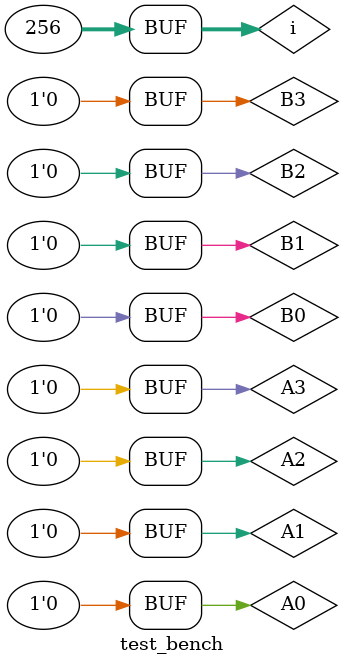
<source format=v>

`timescale 1ns/10ps

module test_bench();

reg A0;
reg A1;
reg A2;
reg A3;
reg B0;
reg B1;
reg B2;
reg B3;
wire PRODUCT0;
wire PRODUCT1;
wire PRODUCT2;
wire PRODUCT3;
wire PRODUCT4;
wire PRODUCT5;
wire PRODUCT6;
wire PRODUCT7;

Four_Bit_Multiplier UUT (A0, A1, A2, A3, B0, B1, B2, B3, PRODUCT0, PRODUCT1, PRODUCT2, PRODUCT3, PRODUCT4, PRODUCT5, PRODUCT6, PRODUCT7);

integer i;
initial 
    begin

        $dumpfile("test_bench.vcd");
        $dumpvars(0, test_bench);

        A0=0;
        A1=0;
        A2=0;
        A3=0;

        B0=0;
        B1=0;
        B2=0;
        B3=0;    

    end

initial
    begin

        for(i = 1; i < 256; i = i+1) 
        begin

            #1
            {B3, B2, B1, B0, A3, A2, A1, A0} = i;

        end


    end

always @(*)
$display("Time = %0t \n A0 = %b \t A1 = %b \t A2 = %b \t A3 = %b \n B0 = %b \t B1 = %b \t B2 = %b \t B3 = %b", $time, A0,A1,A2,A3,B0,B1,B2,B3);


endmodule
</source>
